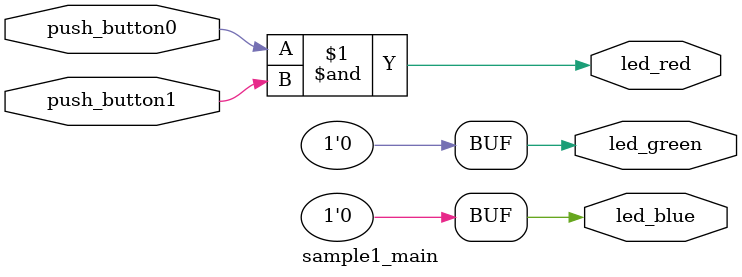
<source format=v>
module sample1_main
    (
        input  wire push_button0,
        input  wire push_button1,
        
        output wire led_red,
        output wire led_green,
        output wire led_blue
    );
    
    assign led_red   = push_button0 & push_button1;
    assign led_green = 0;
    assign led_blue  = 0;
 
endmodule

</source>
